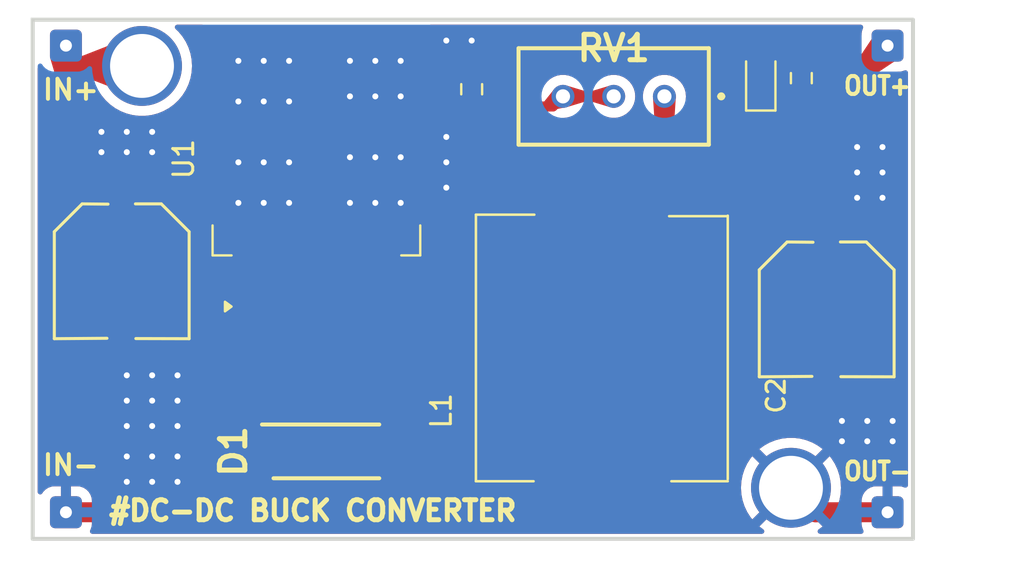
<source format=kicad_pcb>
(kicad_pcb (version 20240108) (generator "pcbnew") (generator_version "8.0")
  (layers (0 "F.Cu" signal) (31 "B.Cu" signal) (35 "F.Paste" user) (36 "B.SilkS" user "B.Silkscreen") (37 "F.SilkS" user "F.Silkscreen") (38 "B.Mask" user) (39 "F.Mask" user) (44 "Edge.Cuts" user))
  (net 0 "")
  (net 1 "GND")
  (net 2 "VCC")
  (net 3 "Net-(J3-Pin_1)")
  (net 4 "Net-(D1-K)")
  (net 5 "Net-(U1-FB)")
  (net 6 "Net-(D2-A)")
  (footprint "Connector_Wire:SolderWire-0.1sqmm_1x01_D0.4mm_OD1mm" (layer "F.Cu") (at 57.404 85.598)
    (property "Reference" "J2" (hide yes))
    (property "Value" "IN-")
    (pad "1" thru_hole roundrect (at 0 0) (size 1.6 1.6) (drill 0.6) (layers "*.Cu" "*.Mask") (roundrect_rratio 0.15625) (net 1 "GND"))
  )
  (footprint "Connector_Wire:SolderWire-0.1sqmm_1x01_D0.4mm_OD1mm" (layer "F.Cu") (at 98.552 62.23)
    (property "Reference" "J3" (hide yes))
    (property "Value" "Vout+")
    (pad "1" thru_hole roundrect (at 0 0) (size 1.6 1.6) (drill 0.6) (layers "*.Cu" "*.Mask") (roundrect_rratio 0.15625) (net 3 "Net-(J3-Pin_1)"))
  )
  (footprint "Library:PAD" (layer "F.Cu") (at 105.1395 82.473)
    (property "Reference" "REF**" (hide yes))
    (pad "1" thru_hole circle (at -11.425 1.9) (size 4 4) (drill 3.2) (layers "*.Cu" "*.Mask") (net 1 "GND"))
  )
  (footprint "Library:IND_SRP6540-1R0M" (layer "F.Cu") (at 87.574 80.445 90)
    (property "Reference" "L1" (at -0.073 -11.374 90) (layer "F.SilkS") (effects (font (size 1.001055 1.001055))))
    (property "Value" "33uH")
    (fp_line (start 9.75 -9.6375) (end -3.6 -9.6375) (stroke (width 0.127)) (layer "F.SilkS"))
    (fp_line (start -3.6 -6.75) (end -3.6 -9.6375) (stroke (width 0.127)) (layer "F.SilkS"))
    (fp_line (start 9.75 -6.7125) (end 9.75 -9.6375) (stroke (width 0.127)) (layer "F.SilkS"))
    (fp_line (start 9.675 2.9625) (end 9.675 0.0375) (stroke (width 0.127)) (layer "F.SilkS"))
    (fp_line (start 9.7 2.975) (end -3.5 2.975) (stroke (width 0.127)) (layer "F.SilkS"))
    (fp_line (start -3.6 2.975) (end -3.6 0.15) (stroke (width 0.127)) (layer "F.SilkS"))
    (pad "1" smd rect (at -3.6 -3.325 90) (size 3.7 6.76) (layers "F.Cu" "F.Paste" "F.Mask") (net 4 "Net-(D1-K)"))
    (pad "2" smd rect (at 9.75 -3.325 90) (size 3.7 6.56) (layers "F.Cu" "F.Paste" "F.Mask") (net 3 "Net-(J3-Pin_1)"))
  )
  (footprint "Library:PAD" (layer "F.Cu") (at 72.639 61.346)
    (property "Reference" "REF**" (hide yes))
    (property "Value" "PAD")
    (pad "1" thru_hole circle (at -11.425 1.9) (size 4 4) (drill 3.2) (layers "*.Cu" "*.Mask") (net 2 "VCC"))
  )
  (footprint "Resistor_SMD:R_0603_1608Metric_Pad0.98x0.95mm_HandSolder" (layer "F.Cu") (at 77.724 64.4125 90)
    (property "Reference" "R1" (hide yes))
    (property "Value" "1.21k")
    (fp_line (start -0.254724 -0.5225) (end 0.254724 -0.5225) (stroke (width 0.12)) (layer "F.SilkS"))
    (fp_line (start -0.254724 0.5225) (end 0.254724 0.5225) (stroke (width 0.12)) (layer "F.SilkS"))
    (pad "1" smd roundrect (at -0.9125 0 90) (size 0.975 0.95) (layers "F.Cu" "F.Paste" "F.Mask") (net 5 "Net-(U1-FB)"))
    (pad "2" smd roundrect (at 0.9125 0 90) (size 0.975 0.95) (layers "F.Cu" "F.Paste" "F.Mask") (net 1 "GND"))
  )
  (footprint "LED_SMD:LED_0603_1608Metric_Pad1.05x0.95mm_HandSolder" (layer "F.Cu") (at 92.202 63.82 90)
    (property "Reference" "D2" (hide yes))
    (property "Value" "LED")
    (fp_line (start 0.8 -0.735) (end -1.66 -0.735) (stroke (width 0.12)) (layer "F.SilkS"))
    (fp_line (start -1.66 -0.735) (end -1.66 0.735) (stroke (width 0.12)) (layer "F.SilkS"))
    (fp_line (start -1.66 0.735) (end 0.8 0.735) (stroke (width 0.12)) (layer "F.SilkS"))
    (pad "1" smd roundrect (at -0.875 0 90) (size 1.05 0.95) (layers "F.Cu" "F.Paste" "F.Mask") (net 1 "GND"))
    (pad "2" smd roundrect (at 0.875 0 90) (size 1.05 0.95) (layers "F.Cu" "F.Paste" "F.Mask") (net 6 "Net-(D2-A)"))
  )
  (footprint "Connector_Wire:SolderWire-0.1sqmm_1x01_D0.4mm_OD1mm" (layer "F.Cu") (at 98.552 85.598)
    (property "Reference" "J4" (hide yes))
    (property "Value" "Vout-")
    (pad "1" thru_hole roundrect (at 0 0) (size 1.6 1.6) (drill 0.6) (layers "*.Cu" "*.Mask") (roundrect_rratio 0.15625) (net 1 "GND"))
  )
  (footprint "Resistor_SMD:R_0603_1608Metric_Pad0.98x0.95mm_HandSolder" (layer "F.Cu") (at 94.234 63.8575 90)
    (property "Reference" "R2" (hide yes))
    (property "Value" "2.7K")
    (fp_line (start -0.254724 -0.5225) (end 0.254724 -0.5225) (stroke (width 0.12)) (layer "F.SilkS"))
    (fp_line (start -0.254724 0.5225) (end 0.254724 0.5225) (stroke (width 0.12)) (layer "F.SilkS"))
    (pad "1" smd roundrect (at -0.9125 0 90) (size 0.975 0.95) (layers "F.Cu" "F.Paste" "F.Mask") (net 3 "Net-(J3-Pin_1)"))
    (pad "2" smd roundrect (at 0.9125 0 90) (size 0.975 0.95) (layers "F.Cu" "F.Paste" "F.Mask") (net 6 "Net-(D2-A)"))
  )
  (footprint "Library:SCHOTTKYDIODE_SMD" (layer "F.Cu") (at 70.448 82.55)
    (property "Reference" "D1" (at -4.662 0 90) (layer "F.SilkS") (effects (font (size 1.27 1.27) (thickness 0.254))))
    (property "Value" "1N5824" (hide yes))
    (fp_line (start -2.648 1.346) (end 2.648 1.346) (stroke (width 0.2)) (layer "F.SilkS"))
    (fp_line (start 2.648 -1.346) (end -3.225 -1.346) (stroke (width 0.2)) (layer "F.SilkS"))
    (pad "1" smd rect (at -2.2 0 90) (size 2.05 2.3) (layers "F.Cu" "F.Paste" "F.Mask") (net 4 "Net-(D1-K)"))
    (pad "2" smd rect (at 2.2 0 90) (size 2.05 2.3) (layers "F.Cu" "F.Paste" "F.Mask") (net 1 "GND"))
  )
  (footprint "Package_TO_SOT_SMD:TO-263-5_TabPin3" (layer "F.Cu") (at 69.948 67.909 90)
    (property "Reference" "U1" (at 0 -6.65 90) (layer "F.SilkS"))
    (property "Value" "LM2596S-5")
    (fp_line (start -3.325 -5.2) (end -4.825 -5.2) (stroke (width 0.12)) (layer "F.SilkS"))
    (fp_line (start -4.825 -5.2) (end -4.825 -4.25) (stroke (width 0.12)) (layer "F.SilkS"))
    (fp_line (start -3.325 5.2) (end -4.825 5.2) (stroke (width 0.12)) (layer "F.SilkS"))
    (fp_line (start -4.825 5.2) (end -4.825 4.25) (stroke (width 0.12)) (layer "F.SilkS"))
    (fp_poly (pts (xy -7.3875 -4.25) (xy -7.6275 -4.58) (xy -7.1475 -4.58) (xy -7.3875 -4.25)) (stroke (width 0.12)) (fill solid) (layer "F.SilkS"))
    (pad "1" smd roundrect (at -7.65 -3.4 90) (size 4.6 1.1) (layers "F.Cu" "F.Paste" "F.Mask") (roundrect_rratio 0.227273) (net 2 "VCC"))
    (pad "2" smd roundrect (at -7.65 -1.7 90) (size 4.6 1.1) (layers "F.Cu" "F.Paste" "F.Mask") (roundrect_rratio 0.227273) (net 4 "Net-(D1-K)"))
    (pad "3" smd roundrect (at -7.65 0 90) (size 4.6 1.1) (layers "F.Cu" "F.Paste" "F.Mask") (roundrect_rratio 0.227273) (net 1 "GND"))
    (pad "3" smd roundrect (at -0.925 -2.775 90) (size 4.55 5.25) (layers "F.Cu" "F.Paste") (roundrect_rratio 0.054945) (net 1 "GND"))
    (pad "3" smd roundrect (at -0.925 2.775 90) (size 4.55 5.25) (layers "F.Cu" "F.Paste") (roundrect_rratio 0.054945) (net 1 "GND"))
    (pad "3" smd roundrect (at 1.5 0 90) (size 9.4 10.8) (layers "F.Cu" "F.Mask") (roundrect_rratio 0.026596) (net 1 "GND"))
    (pad "3" smd roundrect (at 3.925 -2.775 90) (size 4.55 5.25) (layers "F.Cu" "F.Paste") (roundrect_rratio 0.054945) (net 1 "GND"))
    (pad "3" smd roundrect (at 3.925 2.775 90) (size 4.55 5.25) (layers "F.Cu" "F.Paste") (roundrect_rratio 0.054945) (net 1 "GND"))
    (pad "4" smd roundrect (at -7.65 1.7 90) (size 4.6 1.1) (layers "F.Cu" "F.Paste" "F.Mask") (roundrect_rratio 0.227273) (net 5 "Net-(U1-FB)"))
    (pad "5" smd roundrect (at -7.65 3.4 90) (size 4.6 1.1) (layers "F.Cu" "F.Paste" "F.Mask") (roundrect_rratio 0.227273) (net 1 "GND"))
  )
  (footprint "Library:CAP-SMD_BD6.3-L6.6-W6.6-FD" (layer "F.Cu") (at 60.198 73.53 -90)
    (property "Reference" "C1" (hide yes))
    (property "Value" "680u" (hide yes))
    (fp_line (start -1.9812 3.3757) (end -3.3757 1.9812) (stroke (width 0.1524)) (layer "F.SilkS"))
    (fp_line (start 3.3757 3.3757) (end -1.9812 3.3757) (stroke (width 0.1524)) (layer "F.SilkS"))
    (fp_line (start -3.3757 1.9812) (end -3.3623 0.6858) (stroke (width 0.1524)) (layer "F.SilkS"))
    (fp_line (start 3.3556 0.7393) (end 3.3757 3.3757) (stroke (width 0.1524)) (layer "F.SilkS"))
    (fp_line (start 3.3695 -0.7077) (end 3.3762 -3.3762) (stroke (width 0.1524)) (layer "F.SilkS"))
    (fp_line (start -3.3762 -1.98) (end -3.3762 -0.6858) (stroke (width 0.1524)) (layer "F.SilkS"))
    (fp_line (start -1.98 -3.3762) (end -3.3762 -1.98) (stroke (width 0.1524)) (layer "F.SilkS"))
    (fp_line (start 3.3762 -3.3762) (end -1.98 -3.3762) (stroke (width 0.1524)) (layer "F.SilkS"))
    (pad "1" smd rect (at -2.67 0 270) (size 3.5 1.2) (layers "F.Cu" "F.Paste" "F.Mask") (net 2 "VCC"))
    (pad "2" smd rect (at 2.67 0 270) (size 3.5 1.2) (layers "F.Cu" "F.Paste" "F.Mask") (net 1 "GND"))
    (zone (net 0) (net_name "") (layer "F.SilkS") (priority 100) (connect_pads yes (clearance 0)) (min_thickness 0) (fill yes (thermal_gap 0.5) (thermal_bridge_width 0.5))
      (polygon (pts (xy 58.779 70.428) (xy 58.581 70.428) (xy 58.581 71.22) (xy 58.779 71.22)))
    )
    (zone (net 0) (net_name "") (layer "F.SilkS") (priority 100) (connect_pads yes (clearance 0)) (min_thickness 0) (fill yes (thermal_gap 0.5) (thermal_bridge_width 0.5))
      (polygon (pts (xy 58.779 76.632) (xy 58.581 76.632) (xy 58.581 75.84) (xy 58.779 75.84)))
    )
    (zone (net 0) (net_name "") (layer "F.SilkS") (priority 100) (connect_pads yes (clearance 0)) (min_thickness 0) (fill yes (thermal_gap 0.5) (thermal_bridge_width 0.5))
      (polygon (pts (xy 59.34 70.725) (xy 58.02 70.725) (xy 58.02 70.923) (xy 59.34 70.923)))
    )
  )
  (footprint "Connector_Wire:SolderWire-0.1sqmm_1x01_D0.4mm_OD1mm" (layer "F.Cu") (at 57.404 62.23)
    (property "Reference" "J1" (hide yes))
    (property "Value" "IN+")
    (pad "1" thru_hole roundrect (at 0 0) (size 1.6 1.6) (drill 0.6) (layers "*.Cu" "*.Mask") (roundrect_rratio 0.15625) (net 2 "VCC"))
  )
  (footprint "Library:CAP-SMD_BD6.3-L6.6-W6.6-FD" (layer "F.Cu") (at 95.504 75.438 -90)
    (property "Reference" "C2" (at 4.318 2.54 90) (layer "F.SilkS") (effects (font (size 0.9144 0.9144) (thickness 0.1524))))
    (property "Value" "220uf" (hide yes))
    (fp_line (start -1.9812 3.3757) (end -3.3757 1.9812) (stroke (width 0.1524)) (layer "F.SilkS"))
    (fp_line (start 3.3757 3.3757) (end -1.9812 3.3757) (stroke (width 0.1524)) (layer "F.SilkS"))
    (fp_line (start -3.3757 1.9812) (end -3.3623 0.6858) (stroke (width 0.1524)) (layer "F.SilkS"))
    (fp_line (start 3.3556 0.7393) (end 3.3757 3.3757) (stroke (width 0.1524)) (layer "F.SilkS"))
    (fp_line (start 3.3695 -0.7077) (end 3.3762 -3.3762) (stroke (width 0.1524)) (layer "F.SilkS"))
    (fp_line (start -3.3762 -1.98) (end -3.3762 -0.6858) (stroke (width 0.1524)) (layer "F.SilkS"))
    (fp_line (start -1.98 -3.3762) (end -3.3762 -1.98) (stroke (width 0.1524)) (layer "F.SilkS"))
    (fp_line (start 3.3762 -3.3762) (end -1.98 -3.3762) (stroke (width 0.1524)) (layer "F.SilkS"))
    (pad "1" smd rect (at -2.67 0 270) (size 3.5 1.2) (layers "F.Cu" "F.Paste" "F.Mask") (net 3 "Net-(J3-Pin_1)"))
    (pad "2" smd rect (at 2.67 0 270) (size 3.5 1.2) (layers "F.Cu" "F.Paste" "F.Mask") (net 1 "GND"))
    (zone (net 0) (net_name "") (layer "F.SilkS") (priority 100) (connect_pads yes (clearance 0)) (min_thickness 0) (fill yes (thermal_gap 0.5) (thermal_bridge_width 0.5))
      (polygon (pts (xy 94.085 72.336) (xy 93.887 72.336) (xy 93.887 73.128) (xy 94.085 73.128)))
    )
    (zone (net 0) (net_name "") (layer "F.SilkS") (priority 100) (connect_pads yes (clearance 0)) (min_thickness 0) (fill yes (thermal_gap 0.5) (thermal_bridge_width 0.5))
      (polygon (pts (xy 94.085 78.54) (xy 93.887 78.54) (xy 93.887 77.748) (xy 94.085 77.748)))
    )
    (zone (net 0) (net_name "") (layer "F.SilkS") (priority 100) (connect_pads yes (clearance 0)) (min_thickness 0) (fill yes (thermal_gap 0.5) (thermal_bridge_width 0.5))
      (polygon (pts (xy 94.646 72.633) (xy 93.326 72.633) (xy 93.326 72.831) (xy 94.646 72.831)))
    )
  )
  (footprint "Library:TrimPot_10k_SMD" (layer "F.Cu") (at 87.376 64.77)
    (property "Reference" "RV1" (at -2.54 -2.41 0) (layer "F.SilkS") (effects (font (size 1.27 1.27) (thickness 0.254))))
    (property "Value" "50k" (hide yes))
    (fp_line (start -7.305 -2.41) (end -7.305 2.42) (stroke (width 0.2)) (layer "F.SilkS"))
    (fp_line (start -7.305 2.42) (end 2.225 2.42) (stroke (width 0.2)) (layer "F.SilkS"))
    (fp_line (start 2.225 -2.41) (end -7.305 -2.41) (stroke (width 0.2)) (layer "F.SilkS"))
    (fp_line (start 2.225 2.42) (end 2.225 -2.41) (stroke (width 0.2)) (layer "F.SilkS"))
    (fp_line (start 2.746 0) (end 2.746 0) (stroke (width 0.2)) (layer "F.SilkS"))
    (fp_line (start 2.946 0) (end 2.946 0) (stroke (width 0.2)) (layer "F.SilkS"))
    (fp_arc (start 2.746 0) (mid 2.846 -0.1) (end 2.946 0) (stroke (width 0.2)) (layer "F.SilkS"))
    (fp_arc (start 2.946 0) (mid 2.846 0.1) (end 2.746 0) (stroke (width 0.2)) (layer "F.SilkS"))
    (pad "1" thru_hole circle (at 0 0) (size 1.15 1.15) (drill 0.71) (layers "*.Cu" "*.Mask") (net 3 "Net-(J3-Pin_1)"))
    (pad "2" thru_hole circle (at -2.54 0) (size 1.15 1.15) (drill 0.71) (layers "*.Cu" "*.Mask") (net 5 "Net-(U1-FB)"))
    (pad "3" thru_hole circle (at -5.08 0) (size 1.15 1.15) (drill 0.71) (layers "*.Cu" "*.Mask") (net 5 "Net-(U1-FB)"))
  )
  (gr_rect (start 55.7397 60.93) (end 99.824 86.93) (stroke (width 0.2)) (fill none) (layer "Edge.Cuts"))
  (gr_text "IN-\n" (at 56.134 83.82 0) (layer "F.SilkS") (effects (font (size 1 1) (thickness 0.2) (bold yes)) (justify left bottom)))
  (gr_text "OUT+\n" (at 96.266 64.77 0) (layer "F.SilkS") (effects (font (size 0.9 0.8) (thickness 0.2) (bold yes)) (justify left bottom)))
  (gr_text "IN+\n" (at 56.134 65.024 0) (layer "F.SilkS") (effects (font (size 1 1) (thickness 0.2) (bold yes)) (justify left bottom)))
  (gr_text "OUT-\n" (at 96.266 84.074 0) (layer "F.SilkS") (effects (font (size 0.9 0.8) (thickness 0.2) (bold yes)) (justify left bottom)))
  (gr_text "#DC-DC BUCK CONVERTER" (at 59.436 86.106 0) (layer "F.SilkS") (effects (font (size 1 1) (thickness 0.25) (bold yes)) (justify left bottom)))
  (segment (start 94.9395 85.598) (end 93.7145 84.373) (width 1) (layer "F.Cu") (net 1))
  (segment (start 71.628 85.09) (end 62.992 85.09) (width 1) (layer "F.Cu") (net 1))
  (segment (start 57.404 85.598) (end 59.944 85.598) (width 1) (layer "F.Cu") (net 1))
  (segment (start 72.648 82.55) (end 72.648 84.07) (width 1) (layer "F.Cu") (net 1))
  (segment (start 77.724 63.5) (end 77.724 61.976) (width 1) (layer "F.Cu") (net 1))
  (segment (start 98.552 85.598) (end 94.9395 85.598) (width 1) (layer "F.Cu") (net 1))
  (segment (start 59.944 85.598) (end 60.452 85.09) (width 1) (layer "F.Cu") (net 1))
  (segment (start 72.648 84.07) (end 71.628 85.09) (width 1) (layer "F.Cu") (net 1))
  (via (at 60.452 84.074) (size 0.6) (drill 0.3) (layers "F.Cu" "B.Cu") (net 1))
  (via (at 72.898 62.992) (size 0.6) (drill 0.3) (layers "F.Cu" "B.Cu") (net 1))
  (via (at 66.04 65.024) (size 0.6) (drill 0.3) (layers "F.Cu" "B.Cu") (net 1))
  (via (at 98.806 81.026) (size 0.6) (drill 0.3) (layers "F.Cu" "B.Cu") (net 1))
  (via (at 74.168 67.818) (size 0.6) (drill 0.3) (layers "F.Cu" "B.Cu") (net 1))
  (via (at 62.992 80.01) (size 0.6) (drill 0.3) (layers "F.Cu" "B.Cu") (net 1))
  (via (at 98.806 82.042) (size 0.6) (drill 0.3) (layers "F.Cu" "B.Cu") (net 1))
  (via (at 71.628 62.992) (size 0.6) (drill 0.3) (layers "F.Cu" "B.Cu") (net 1))
  (via (at 67.31 68.072) (size 0.6) (drill 0.3) (layers "F.Cu" "B.Cu") (net 1))
  (via (at 97.028 69.85) (size 0.6) (drill 0.3) (layers "F.Cu" "B.Cu") (net 1))
  (via (at 61.722 84.074) (size 0.6) (drill 0.3) (layers "F.Cu" "B.Cu") (net 1))
  (via (at 97.028 68.58) (size 0.6) (drill 0.3) (layers "F.Cu" "B.Cu") (net 1))
  (via (at 59.182 66.548) (size 0.6) (drill 0.3) (layers "F.Cu" "B.Cu") (net 1))
  (via (at 68.58 68.072) (size 0.6) (drill 0.3) (layers "F.Cu" "B.Cu") (net 1))
  (via (at 62.992 84.074) (size 0.6) (drill 0.3) (layers "F.Cu" "B.Cu") (net 1))
  (via (at 61.722 81.28) (size 0.6) (drill 0.3) (layers "F.Cu" "B.Cu") (net 1))
  (via (at 60.452 80.01) (size 0.6) (drill 0.3) (layers "F.Cu" "B.Cu") (net 1))
  (via (at 77.724 61.976) (size 0.6) (drill 0.3) (layers "F.Cu" "B.Cu") (net 1))
  (via (at 96.266 82.042) (size 0.6) (drill 0.3) (layers "F.Cu" "B.Cu") (net 1))
  (via (at 76.454 68.072) (size 0.6) (drill 0.3) (layers "F.Cu" "B.Cu") (net 1))
  (via (at 66.04 62.992) (size 0.6) (drill 0.3) (layers "F.Cu" "B.Cu") (net 1))
  (via (at 74.168 70.104) (size 0.6) (drill 0.3) (layers "F.Cu" "B.Cu") (net 1))
  (via (at 60.452 78.74) (size 0.6) (drill 0.3) (layers "F.Cu" "B.Cu") (net 1))
  (via (at 62.992 82.804) (size 0.6) (drill 0.3) (layers "F.Cu" "B.Cu") (net 1))
  (via (at 98.298 69.85) (size 0.6) (drill 0.3) (layers "F.Cu" "B.Cu") (net 1))
  (via (at 74.168 62.992) (size 0.6) (drill 0.3) (layers "F.Cu" "B.Cu") (net 1))
  (via (at 61.722 82.804) (size 0.6) (drill 0.3) (layers "F.Cu" "B.Cu") (net 1))
  (via (at 68.58 70.104) (size 0.6) (drill 0.3) (layers "F.Cu" "B.Cu") (net 1))
  (via (at 71.628 64.77) (size 0.6) (drill 0.3) (layers "F.Cu" "B.Cu") (net 1))
  (via (at 61.722 67.564) (size 0.6) (drill 0.3) (layers "F.Cu" "B.Cu") (net 1))
  (via (at 71.628 70.104) (size 0.6) (drill 0.3) (layers "F.Cu" "B.Cu") (net 1))
  (via (at 71.628 67.818) (size 0.6) (drill 0.3) (layers "F.Cu" "B.Cu") (net 1))
  (via (at 66.04 68.072) (size 0.6) (drill 0.3) (layers "F.Cu" "B.Cu") (net 1))
  (via (at 59.182 67.564) (size 0.6) (drill 0.3) (layers "F.Cu" "B.Cu") (net 1))
  (via (at 96.266 81.026) (size 0.6) (drill 0.3) (layers "F.Cu" "B.Cu") (net 1))
  (via (at 67.31 70.104) (size 0.6) (drill 0.3) (layers "F.Cu" "B.Cu") (net 1))
  (via (at 67.31 65.024) (size 0.6) (drill 0.3) (layers "F.Cu" "B.Cu") (net 1))
  (via (at 61.722 66.548) (size 0.6) (drill 0.3) (layers "F.Cu" "B.Cu") (net 1))
  (via (at 68.58 62.992) (size 0.6) (drill 0.3) (layers "F.Cu" "B.Cu") (net 1))
  (via (at 60.452 67.564) (size 0.6) (drill 0.3) (layers "F.Cu" "B.Cu") (net 1))
  (via (at 62.992 78.74) (size 0.6) (drill 0.3) (layers "F.Cu" "B.Cu") (net 1))
  (via (at 76.454 61.976) (size 0.6) (drill 0.3) (layers "F.Cu" "B.Cu") (net 1))
  (via (at 72.898 64.77) (size 0.6) (drill 0.3) (layers "F.Cu" "B.Cu") (net 1))
  (via (at 67.31 62.992) (size 0.6) (drill 0.3) (layers "F.Cu" "B.Cu") (net 1))
  (via (at 74.168 64.77) (size 0.6) (drill 0.3) (layers "F.Cu" "B.Cu") (net 1))
  (via (at 72.898 70.104) (size 0.6) (drill 0.3) (layers "F.Cu" "B.Cu") (net 1))
  (via (at 98.298 68.58) (size 0.6) (drill 0.3) (layers "F.Cu" "B.Cu") (net 1))
  (via (at 66.04 70.104) (size 0.6) (drill 0.3) (layers "F.Cu" "B.Cu") (net 1))
  (via (at 76.454 66.802) (size 0.6) (drill 0.3) (layers "F.Cu" "B.Cu") (net 1))
  (via (at 72.898 67.818) (size 0.6) (drill 0.3) (layers "F.Cu" "B.Cu") (net 1))
  (via (at 76.454 69.342) (size 0.6) (drill 0.3) (layers "F.Cu" "B.Cu") (net 1))
  (via (at 62.992 81.28) (size 0.6) (drill 0.3) (layers "F.Cu" "B.Cu") (net 1))
  (via (at 60.452 82.804) (size 0.6) (drill 0.3) (layers "F.Cu" "B.Cu") (net 1))
  (via (at 61.722 80.01) (size 0.6) (drill 0.3) (layers "F.Cu" "B.Cu") (net 1))
  (via (at 60.452 81.28) (size 0.6) (drill 0.3) (layers "F.Cu" "B.Cu") (net 1))
  (via (at 97.536 82.042) (size 0.6) (drill 0.3) (layers "F.Cu" "B.Cu") (net 1))
  (via (at 61.722 78.74) (size 0.6) (drill 0.3) (layers "F.Cu" "B.Cu") (net 1))
  (via (at 97.536 81.026) (size 0.6) (drill 0.3) (layers "F.Cu" "B.Cu") (net 1))
  (via (at 68.58 65.024) (size 0.6) (drill 0.3) (layers "F.Cu" "B.Cu") (net 1))
  (via (at 60.452 66.548) (size 0.6) (drill 0.3) (layers "F.Cu" "B.Cu") (net 1))
  (via (at 97.028 67.31) (size 0.6) (drill 0.3) (layers "F.Cu" "B.Cu") (net 1))
  (via (at 98.298 67.31) (size 0.6) (drill 0.3) (layers "F.Cu" "B.Cu") (net 1))
  (segment (start 57.404 69.596) (end 58.674 70.866) (width 1) (layer "F.Cu") (net 2))
  (segment (start 61.208 70.86) (end 65.907 75.559) (width 1) (layer "F.Cu") (net 2))
  (segment (start 58.674 70.866) (end 58.68 70.86) (width 1) (layer "F.Cu") (net 2))
  (segment (start 60.198 70.86) (end 61.208 70.86) (width 1) (layer "F.Cu") (net 2))
  (segment (start 58.68 70.86) (end 60.198 70.86) (width 1) (layer "F.Cu") (net 2))
  (segment (start 57.404 63.246) (end 57.404 69.596) (width 1) (layer "F.Cu") (net 2))
  (segment (start 57.404 62.23) (end 57.404 63.246) (width 1) (layer "F.Cu") (net 2))
  (segment (start 61.214 63.246) (end 57.404 63.246) (width 1) (layer "F.Cu") (net 2))
  (segment (start 65.907 75.559) (end 66.548 75.559) (width 1) (layer "F.Cu") (net 2))
  (segment (start 95.504 72.768) (end 94.612 72.768) (width 1) (layer "F.Cu") (net 3))
  (segment (start 87.039 70.695) (end 84.249 70.695) (width 1) (layer "F.Cu") (net 3))
  (segment (start 93.726 67.818) (end 94.234 67.31) (width 1) (layer "F.Cu") (net 3))
  (segment (start 96.012 64.77) (end 94.234 64.77) (width 1) (layer "F.Cu") (net 3))
  (segment (start 94.612 72.768) (end 93.726 71.882) (width 1) (layer "F.Cu") (net 3))
  (segment (start 87.376 67.818) (end 87.376 70.358) (width 1) (layer "F.Cu") (net 3))
  (segment (start 87.376 67.818) (end 92.456 67.818) (width 1) (layer "F.Cu") (net 3))
  (segment (start 87.376 70.358) (end 87.039 70.695) (width 1) (layer "F.Cu") (net 3))
  (segment (start 93.726 71.882) (end 93.726 67.818) (width 1) (layer "F.Cu") (net 3))
  (segment (start 92.456 67.818) (end 93.726 67.818) (width 1) (layer "F.Cu") (net 3))
  (segment (start 94.234 67.31) (end 94.234 64.77) (width 1) (layer "F.Cu") (net 3))
  (segment (start 98.552 62.23) (end 96.012 64.77) (width 1) (layer "F.Cu") (net 3))
  (segment (start 87.376 64.77) (end 87.376 67.818) (width 1) (layer "F.Cu") (net 3))
  (segment (start 83.312 80.264) (end 68.248 80.264) (width 0.5) (layer "F.Cu") (net 4))
  (segment (start 68.248 80.264) (end 68.248 82.55) (width 0.5) (layer "F.Cu") (net 4))
  (segment (start 68.248 75.559) (end 68.248 80.264) (width 0.5) (layer "F.Cu") (net 4))
  (segment (start 84.249 81.201) (end 83.312 80.264) (width 0.5) (layer "F.Cu") (net 4))
  (segment (start 84.249 84.045) (end 84.249 81.201) (width 0.5) (layer "F.Cu") (net 4))
  (segment (start 72.39 72.136) (end 75.946 72.136) (width 0.5) (layer "F.Cu") (net 5))
  (segment (start 82.296 64.77) (end 81.788 65.278) (width 0.5) (layer "F.Cu") (net 5))
  (segment (start 84.836 64.77) (end 82.296 64.77) (width 0.5) (layer "F.Cu") (net 5))
  (segment (start 71.648 75.559) (end 71.648 72.878) (width 0.5) (layer "F.Cu") (net 5))
  (segment (start 77.724 70.358) (end 77.724 65.325) (width 0.5) (layer "F.Cu") (net 5))
  (segment (start 77.771 65.278) (end 77.724 65.325) (width 0.5) (layer "F.Cu") (net 5))
  (segment (start 75.946 72.136) (end 77.724 70.358) (width 0.5) (layer "F.Cu") (net 5))
  (segment (start 71.648 72.878) (end 72.39 72.136) (width 0.5) (layer "F.Cu") (net 5))
  (segment (start 81.788 65.278) (end 77.771 65.278) (width 0.5) (layer "F.Cu") (net 5))
  (segment (start 92.202 62.945) (end 94.234 62.945) (width 0.5) (layer "F.Cu") (net 6))
  (zone (net 4) (net_name "Net-(D1-K)") (layer "F.Cu") (priority 1) (connect_pads (clearance 0.5)) (min_thickness 0.25) (fill yes (thermal_gap 0.5) (thermal_bridge_width 0.5))
    (polygon (pts (xy 68.326 79.248) (xy 69.342 80.264) (xy 68.326 81.28)))
  )
  (zone (net 3) (net_name "Net-(J3-Pin_1)") (layer "F.Cu") (priority 3) (connect_pads (clearance 0.5)) (min_thickness 0.25) (fill yes (thermal_gap 0.5) (thermal_bridge_width 0.5))
    (polygon (pts (xy 92.202 67.564) (xy 94.234 65.5075) (xy 94.996 67.564) (xy 93.472 69.596)))
  )
  (zone (net 1) (net_name "GND") (layers "F&B.Cu") (connect_pads (clearance 0.5)) (min_thickness 0.25) (fill yes (thermal_gap 0.5) (thermal_bridge_width 0.5))
    (polygon (pts (xy 100.838 59.944) (xy 100.838 88.646) (xy 54.102 88.646) (xy 54.102 59.944)))
  )
)
</source>
